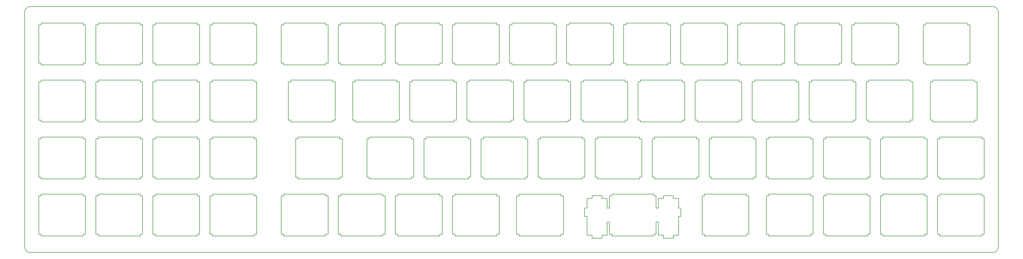
<source format=gbr>
G04 #@! TF.GenerationSoftware,KiCad,Pcbnew,(5.1.4)-1*
G04 #@! TF.CreationDate,2020-05-01T00:58:15-05:00*
G04 #@! TF.ProjectId,augioS_switchplate,61756769-6f53-45f7-9377-69746368706c,rev?*
G04 #@! TF.SameCoordinates,Original*
G04 #@! TF.FileFunction,Profile,NP*
%FSLAX46Y46*%
G04 Gerber Fmt 4.6, Leading zero omitted, Abs format (unit mm)*
G04 Created by KiCad (PCBNEW (5.1.4)-1) date 2020-05-01 00:58:15*
%MOMM*%
%LPD*%
G04 APERTURE LIST*
%ADD10C,0.200000*%
G04 APERTURE END LIST*
D10*
X19620500Y-73069700D02*
X5619640Y-73069700D01*
X19620500Y-73669100D02*
X19620500Y-73069700D01*
X20421100Y-73669100D02*
X19620500Y-73669100D01*
X20421100Y-86469700D02*
X20421100Y-73669100D01*
X19620500Y-86469700D02*
X20421100Y-86469700D01*
X19620500Y-87070400D02*
X19620500Y-86469700D01*
X5619640Y-87070400D02*
X19620500Y-87070400D01*
X5619640Y-86469700D02*
X5619640Y-87070400D01*
X4819020Y-86469700D02*
X5619640Y-86469700D01*
X4819020Y-73669100D02*
X4819020Y-86469700D01*
X5619640Y-73669100D02*
X4819020Y-73669100D01*
X5619640Y-73069700D02*
X5619640Y-73669100D01*
X38670400Y-73069700D02*
X24671000Y-73069700D01*
X38670400Y-73669100D02*
X38670400Y-73069700D01*
X39471200Y-73669100D02*
X38670400Y-73669100D01*
X39471200Y-86469700D02*
X39471200Y-73669100D01*
X38670400Y-86469700D02*
X39471200Y-86469700D01*
X38670400Y-87070400D02*
X38670400Y-86469700D01*
X24671000Y-87070400D02*
X38670400Y-87070400D01*
X24671000Y-86469700D02*
X24671000Y-87070400D01*
X23870400Y-86469700D02*
X24671000Y-86469700D01*
X23870400Y-73669100D02*
X23870400Y-86469700D01*
X24671000Y-73669100D02*
X23870400Y-73669100D01*
X24671000Y-73069700D02*
X24671000Y-73669100D01*
X57720400Y-73069700D02*
X43721200Y-73069700D01*
X57720400Y-73669100D02*
X57720400Y-73069700D01*
X58521200Y-73669100D02*
X57720400Y-73669100D01*
X58521200Y-86469700D02*
X58521200Y-73669100D01*
X57720400Y-86469700D02*
X58521200Y-86469700D01*
X57720400Y-87070400D02*
X57720400Y-86469700D01*
X43721200Y-87070400D02*
X57720400Y-87070400D01*
X43721200Y-86469700D02*
X43721200Y-87070400D01*
X42920400Y-86469700D02*
X43721200Y-86469700D01*
X42920400Y-73669100D02*
X42920400Y-86469700D01*
X43721200Y-73669100D02*
X42920400Y-73669100D01*
X43721200Y-73069700D02*
X43721200Y-73669100D01*
X76770400Y-73069700D02*
X62771200Y-73069700D01*
X76770400Y-73669100D02*
X76770400Y-73069700D01*
X77571200Y-73669100D02*
X76770400Y-73669100D01*
X77571200Y-86469700D02*
X77571200Y-73669100D01*
X76770400Y-86469700D02*
X77571200Y-86469700D01*
X76770400Y-87070400D02*
X76770400Y-86469700D01*
X62771200Y-87070400D02*
X76770400Y-87070400D01*
X62771200Y-86469700D02*
X62771200Y-87070400D01*
X61970400Y-86469700D02*
X62771200Y-86469700D01*
X61970400Y-73669100D02*
X61970400Y-86469700D01*
X62771200Y-73669100D02*
X61970400Y-73669100D01*
X62771200Y-73069700D02*
X62771200Y-73669100D01*
X100583000Y-73069700D02*
X86582200Y-73069700D01*
X100583000Y-73669100D02*
X100583000Y-73069700D01*
X101382000Y-73669100D02*
X100583000Y-73669100D01*
X101382000Y-86469700D02*
X101382000Y-73669100D01*
X100583000Y-86469700D02*
X101382000Y-86469700D01*
X100583000Y-87070400D02*
X100583000Y-86469700D01*
X86582200Y-87070400D02*
X100583000Y-87070400D01*
X86582200Y-86469700D02*
X86582200Y-87070400D01*
X85782900Y-86469700D02*
X86582200Y-86469700D01*
X85782900Y-73669100D02*
X85782900Y-86469700D01*
X86582200Y-73669100D02*
X85782900Y-73669100D01*
X86582200Y-73069700D02*
X86582200Y-73669100D01*
X119633000Y-73069700D02*
X105632000Y-73069700D01*
X119633000Y-73669100D02*
X119633000Y-73069700D01*
X120432000Y-73669100D02*
X119633000Y-73669100D01*
X120432000Y-86469700D02*
X120432000Y-73669100D01*
X119633000Y-86469700D02*
X120432000Y-86469700D01*
X119633000Y-87070400D02*
X119633000Y-86469700D01*
X105632000Y-87070400D02*
X119633000Y-87070400D01*
X105632000Y-86469700D02*
X105632000Y-87070400D01*
X104833000Y-86469700D02*
X105632000Y-86469700D01*
X104833000Y-73669100D02*
X104833000Y-86469700D01*
X105632000Y-73669100D02*
X104833000Y-73669100D01*
X105632000Y-73069700D02*
X105632000Y-73669100D01*
X138683000Y-73069700D02*
X124682000Y-73069700D01*
X138683000Y-73669100D02*
X138683000Y-73069700D01*
X139482000Y-73669100D02*
X138683000Y-73669100D01*
X139482000Y-86469700D02*
X139482000Y-73669100D01*
X138683000Y-86469700D02*
X139482000Y-86469700D01*
X138683000Y-87070400D02*
X138683000Y-86469700D01*
X124682000Y-87070400D02*
X138683000Y-87070400D01*
X124682000Y-86469700D02*
X124682000Y-87070400D01*
X123883000Y-86469700D02*
X124682000Y-86469700D01*
X123883000Y-73669100D02*
X123883000Y-86469700D01*
X124682000Y-73669100D02*
X123883000Y-73669100D01*
X124682000Y-73069700D02*
X124682000Y-73669100D01*
X157733000Y-73069700D02*
X143732000Y-73069700D01*
X157733000Y-73669100D02*
X157733000Y-73069700D01*
X158532000Y-73669100D02*
X157733000Y-73669100D01*
X158532000Y-86469700D02*
X158532000Y-73669100D01*
X157733000Y-86469700D02*
X158532000Y-86469700D01*
X157733000Y-87070400D02*
X157733000Y-86469700D01*
X143732000Y-87070400D02*
X157733000Y-87070400D01*
X143732000Y-86469700D02*
X143732000Y-87070400D01*
X142933000Y-86469700D02*
X143732000Y-86469700D01*
X142933000Y-73669100D02*
X142933000Y-86469700D01*
X143732000Y-73669100D02*
X142933000Y-73669100D01*
X143732000Y-73069700D02*
X143732000Y-73669100D01*
X176783000Y-73069700D02*
X162782000Y-73069700D01*
X176783000Y-73669100D02*
X176783000Y-73069700D01*
X177582000Y-73669100D02*
X176783000Y-73669100D01*
X177582000Y-86469700D02*
X177582000Y-73669100D01*
X176783000Y-86469700D02*
X177582000Y-86469700D01*
X176783000Y-87070400D02*
X176783000Y-86469700D01*
X162782000Y-87070400D02*
X176783000Y-87070400D01*
X162782000Y-86469700D02*
X162782000Y-87070400D01*
X161983000Y-86469700D02*
X162782000Y-86469700D01*
X161983000Y-73669100D02*
X161983000Y-86469700D01*
X162782000Y-73669100D02*
X161983000Y-73669100D01*
X162782000Y-73069700D02*
X162782000Y-73669100D01*
X195833000Y-73069700D02*
X181832000Y-73069700D01*
X195833000Y-73669100D02*
X195833000Y-73069700D01*
X196632000Y-73669100D02*
X195833000Y-73669100D01*
X196632000Y-86469700D02*
X196632000Y-73669100D01*
X195833000Y-86469700D02*
X196632000Y-86469700D01*
X195833000Y-87070400D02*
X195833000Y-86469700D01*
X181832000Y-87070400D02*
X195833000Y-87070400D01*
X181832000Y-86469700D02*
X181832000Y-87070400D01*
X181033000Y-86469700D02*
X181832000Y-86469700D01*
X181033000Y-73669100D02*
X181033000Y-86469700D01*
X181832000Y-73669100D02*
X181033000Y-73669100D01*
X181832000Y-73069700D02*
X181832000Y-73669100D01*
X214883000Y-73069700D02*
X200882000Y-73069700D01*
X214883000Y-73669100D02*
X214883000Y-73069700D01*
X215682000Y-73669100D02*
X214883000Y-73669100D01*
X215682000Y-86469700D02*
X215682000Y-73669100D01*
X214883000Y-86469700D02*
X215682000Y-86469700D01*
X214883000Y-87070400D02*
X214883000Y-86469700D01*
X200882000Y-87070400D02*
X214883000Y-87070400D01*
X200882000Y-86469700D02*
X200882000Y-87070400D01*
X200083000Y-86469700D02*
X200882000Y-86469700D01*
X200083000Y-73669100D02*
X200083000Y-86469700D01*
X200882000Y-73669100D02*
X200083000Y-73669100D01*
X200882000Y-73069700D02*
X200882000Y-73669100D01*
X233933000Y-73069700D02*
X219932000Y-73069700D01*
X233933000Y-73669100D02*
X233933000Y-73069700D01*
X234732000Y-73669100D02*
X233933000Y-73669100D01*
X234732000Y-86469700D02*
X234732000Y-73669100D01*
X233933000Y-86469700D02*
X234732000Y-86469700D01*
X233933000Y-87070400D02*
X233933000Y-86469700D01*
X219932000Y-87070400D02*
X233933000Y-87070400D01*
X219932000Y-86469700D02*
X219932000Y-87070400D01*
X219133000Y-86469700D02*
X219932000Y-86469700D01*
X219133000Y-73669100D02*
X219133000Y-86469700D01*
X219932000Y-73669100D02*
X219133000Y-73669100D01*
X219932000Y-73069700D02*
X219932000Y-73669100D01*
X252983000Y-73069700D02*
X238982000Y-73069700D01*
X252983000Y-73669100D02*
X252983000Y-73069700D01*
X253782000Y-73669100D02*
X252983000Y-73669100D01*
X253782000Y-86469700D02*
X253782000Y-73669100D01*
X252983000Y-86469700D02*
X253782000Y-86469700D01*
X252983000Y-87070400D02*
X252983000Y-86469700D01*
X238982000Y-87070400D02*
X252983000Y-87070400D01*
X238982000Y-86469700D02*
X238982000Y-87070400D01*
X238183000Y-86469700D02*
X238982000Y-86469700D01*
X238183000Y-73669100D02*
X238183000Y-86469700D01*
X238982000Y-73669100D02*
X238183000Y-73669100D01*
X238982000Y-73069700D02*
X238982000Y-73669100D01*
X272033000Y-73069700D02*
X258031999Y-73069700D01*
X272033000Y-73669100D02*
X272033000Y-73069700D01*
X272832000Y-73669100D02*
X272033000Y-73669100D01*
X272832000Y-86469700D02*
X272832000Y-73669100D01*
X272033000Y-86469700D02*
X272832000Y-86469700D01*
X272033000Y-87070400D02*
X272033000Y-86469700D01*
X258031999Y-87070400D02*
X272033000Y-87070400D01*
X258031999Y-86469700D02*
X258031999Y-87070400D01*
X257233000Y-86469700D02*
X258031999Y-86469700D01*
X257233000Y-73669100D02*
X257233000Y-86469700D01*
X258031999Y-73669100D02*
X257233000Y-73669100D01*
X258031999Y-73069700D02*
X258031999Y-73669100D01*
X291083000Y-73069700D02*
X277082000Y-73069700D01*
X291083000Y-73669100D02*
X291083000Y-73069700D01*
X291882000Y-73669100D02*
X291083000Y-73669100D01*
X291882000Y-86469700D02*
X291882000Y-73669100D01*
X291083000Y-86469700D02*
X291882000Y-86469700D01*
X291083000Y-87070400D02*
X291083000Y-86469700D01*
X277082000Y-87070400D02*
X291083000Y-87070400D01*
X277082000Y-86469700D02*
X277082000Y-87070400D01*
X276283000Y-86469700D02*
X277082000Y-86469700D01*
X276283000Y-73669100D02*
X276283000Y-86469700D01*
X277082000Y-73669100D02*
X276283000Y-73669100D01*
X277082000Y-73069700D02*
X277082000Y-73669100D01*
X314895000Y-73069700D02*
X300896000Y-73069700D01*
X314895000Y-73669100D02*
X314895000Y-73069700D01*
X315696000Y-73669100D02*
X314895000Y-73669100D01*
X315696000Y-86469700D02*
X315696000Y-73669100D01*
X314895000Y-86469700D02*
X315696000Y-86469700D01*
X314895000Y-87070400D02*
X314895000Y-86469700D01*
X300896000Y-87070400D02*
X314895000Y-87070400D01*
X300896000Y-86469700D02*
X300896000Y-87070400D01*
X300095000Y-86469700D02*
X300896000Y-86469700D01*
X300095000Y-73669100D02*
X300095000Y-86469700D01*
X300896000Y-73669100D02*
X300095000Y-73669100D01*
X300896000Y-73069700D02*
X300896000Y-73669100D01*
X19620500Y-92121200D02*
X5619640Y-92121200D01*
X19620500Y-92720500D02*
X19620500Y-92121200D01*
X20421100Y-92720500D02*
X19620500Y-92720500D01*
X20421100Y-105521099D02*
X20421100Y-92720500D01*
X19620500Y-105521099D02*
X20421100Y-105521099D01*
X19620500Y-106120399D02*
X19620500Y-105521099D01*
X5619640Y-106120399D02*
X19620500Y-106120399D01*
X5619640Y-105521099D02*
X5619640Y-106120399D01*
X4819020Y-105521099D02*
X5619640Y-105521099D01*
X4819020Y-92720500D02*
X4819020Y-105521099D01*
X5619640Y-92720500D02*
X4819020Y-92720500D01*
X5619640Y-92121200D02*
X5619640Y-92720500D01*
X38670400Y-92121200D02*
X24671000Y-92121200D01*
X38670400Y-92720500D02*
X38670400Y-92121200D01*
X39471200Y-92720500D02*
X38670400Y-92720500D01*
X39471200Y-105521099D02*
X39471200Y-92720500D01*
X38670400Y-105521099D02*
X39471200Y-105521099D01*
X38670400Y-106120399D02*
X38670400Y-105521099D01*
X24671000Y-106120399D02*
X38670400Y-106120399D01*
X24671000Y-105521099D02*
X24671000Y-106120399D01*
X23870400Y-105521099D02*
X24671000Y-105521099D01*
X23870400Y-92720500D02*
X23870400Y-105521099D01*
X24671000Y-92720500D02*
X23870400Y-92720500D01*
X24671000Y-92121200D02*
X24671000Y-92720500D01*
X57720400Y-92121200D02*
X43721200Y-92121200D01*
X57720400Y-92720500D02*
X57720400Y-92121200D01*
X58521200Y-92720500D02*
X57720400Y-92720500D01*
X58521200Y-105521099D02*
X58521200Y-92720500D01*
X57720400Y-105521099D02*
X58521200Y-105521099D01*
X57720400Y-106120399D02*
X57720400Y-105521099D01*
X43721200Y-106120399D02*
X57720400Y-106120399D01*
X43721200Y-105521099D02*
X43721200Y-106120399D01*
X42920400Y-105521099D02*
X43721200Y-105521099D01*
X42920400Y-92720500D02*
X42920400Y-105521099D01*
X43721200Y-92720500D02*
X42920400Y-92720500D01*
X43721200Y-92121200D02*
X43721200Y-92720500D01*
X76770400Y-92121200D02*
X62771200Y-92121200D01*
X76770400Y-92720500D02*
X76770400Y-92121200D01*
X77571200Y-92720500D02*
X76770400Y-92720500D01*
X77571200Y-105521099D02*
X77571200Y-92720500D01*
X76770400Y-105521099D02*
X77571200Y-105521099D01*
X76770400Y-106120399D02*
X76770400Y-105521099D01*
X62771200Y-106120399D02*
X76770400Y-106120399D01*
X62771200Y-105521099D02*
X62771200Y-106120399D01*
X61970400Y-105521099D02*
X62771200Y-105521099D01*
X61970400Y-92720500D02*
X61970400Y-105521099D01*
X62771200Y-92720500D02*
X61970400Y-92720500D01*
X62771200Y-92121200D02*
X62771200Y-92720500D01*
X102963000Y-92121200D02*
X88963500Y-92121200D01*
X102963000Y-92720500D02*
X102963000Y-92121200D01*
X103764000Y-92720500D02*
X102963000Y-92720500D01*
X103764000Y-105521099D02*
X103764000Y-92720500D01*
X102963000Y-105521099D02*
X103764000Y-105521099D01*
X102963000Y-106120399D02*
X102963000Y-105521099D01*
X88963500Y-106120399D02*
X102963000Y-106120399D01*
X88963500Y-105521099D02*
X88963500Y-106120399D01*
X88164100Y-105521099D02*
X88963500Y-105521099D01*
X88164100Y-92720500D02*
X88164100Y-105521099D01*
X88963500Y-92720500D02*
X88164100Y-92720500D01*
X88963500Y-92121200D02*
X88963500Y-92720500D01*
X124395000Y-92121200D02*
X110396000Y-92121200D01*
X124395000Y-92720500D02*
X124395000Y-92121200D01*
X125196000Y-92720500D02*
X124395000Y-92720500D01*
X125196000Y-105521099D02*
X125196000Y-92720500D01*
X124395000Y-105521099D02*
X125196000Y-105521099D01*
X124395000Y-106120399D02*
X124395000Y-105521099D01*
X110396000Y-106120399D02*
X124395000Y-106120399D01*
X110396000Y-105521099D02*
X110396000Y-106120399D01*
X109595000Y-105521099D02*
X110396000Y-105521099D01*
X109595000Y-92720500D02*
X109595000Y-105521099D01*
X110396000Y-92720500D02*
X109595000Y-92720500D01*
X110396000Y-92121200D02*
X110396000Y-92720500D01*
X143445000Y-92121200D02*
X129446000Y-92121200D01*
X143445000Y-92720500D02*
X143445000Y-92121200D01*
X144246000Y-92720500D02*
X143445000Y-92720500D01*
X144246000Y-105521099D02*
X144246000Y-92720500D01*
X143445000Y-105521099D02*
X144246000Y-105521099D01*
X143445000Y-106120399D02*
X143445000Y-105521099D01*
X129446000Y-106120399D02*
X143445000Y-106120399D01*
X129446000Y-105521099D02*
X129446000Y-106120399D01*
X128645000Y-105521099D02*
X129446000Y-105521099D01*
X128645000Y-92720500D02*
X128645000Y-105521099D01*
X129446000Y-92720500D02*
X128645000Y-92720500D01*
X129446000Y-92121200D02*
X129446000Y-92720500D01*
X162495000Y-92121200D02*
X148496000Y-92121200D01*
X162495000Y-92720500D02*
X162495000Y-92121200D01*
X163296000Y-92720500D02*
X162495000Y-92720500D01*
X163296000Y-105521099D02*
X163296000Y-92720500D01*
X162495000Y-105521099D02*
X163296000Y-105521099D01*
X162495000Y-106120399D02*
X162495000Y-105521099D01*
X148496000Y-106120399D02*
X162495000Y-106120399D01*
X148496000Y-105521099D02*
X148496000Y-106120399D01*
X147695000Y-105521099D02*
X148496000Y-105521099D01*
X147695000Y-92720500D02*
X147695000Y-105521099D01*
X148496000Y-92720500D02*
X147695000Y-92720500D01*
X148496000Y-92121200D02*
X148496000Y-92720500D01*
X181545000Y-92121200D02*
X167546000Y-92121200D01*
X181545000Y-92720500D02*
X181545000Y-92121200D01*
X182346000Y-92720500D02*
X181545000Y-92720500D01*
X182346000Y-105521099D02*
X182346000Y-92720500D01*
X181545000Y-105521099D02*
X182346000Y-105521099D01*
X181545000Y-106120399D02*
X181545000Y-105521099D01*
X167546000Y-106120399D02*
X181545000Y-106120399D01*
X167546000Y-105521099D02*
X167546000Y-106120399D01*
X166745000Y-105521099D02*
X167546000Y-105521099D01*
X166745000Y-92720500D02*
X166745000Y-105521099D01*
X167546000Y-92720500D02*
X166745000Y-92720500D01*
X167546000Y-92121200D02*
X167546000Y-92720500D01*
X200595000Y-92121200D02*
X186596000Y-92121200D01*
X200595000Y-92720500D02*
X200595000Y-92121200D01*
X201396000Y-92720500D02*
X200595000Y-92720500D01*
X201396000Y-105521099D02*
X201396000Y-92720500D01*
X200595000Y-105521099D02*
X201396000Y-105521099D01*
X200595000Y-106120399D02*
X200595000Y-105521099D01*
X186596000Y-106120399D02*
X200595000Y-106120399D01*
X186596000Y-105521099D02*
X186596000Y-106120399D01*
X185795000Y-105521099D02*
X186596000Y-105521099D01*
X185795000Y-92720500D02*
X185795000Y-105521099D01*
X186596000Y-92720500D02*
X185795000Y-92720500D01*
X186596000Y-92121200D02*
X186596000Y-92720500D01*
X219645000Y-92121200D02*
X205646000Y-92121200D01*
X219645000Y-92720500D02*
X219645000Y-92121200D01*
X220446000Y-92720500D02*
X219645000Y-92720500D01*
X220446000Y-105521099D02*
X220446000Y-92720500D01*
X219645000Y-105521099D02*
X220446000Y-105521099D01*
X219645000Y-106120399D02*
X219645000Y-105521099D01*
X205646000Y-106120399D02*
X219645000Y-106120399D01*
X205646000Y-105521099D02*
X205646000Y-106120399D01*
X204845000Y-105521099D02*
X205646000Y-105521099D01*
X204845000Y-92720500D02*
X204845000Y-105521099D01*
X205646000Y-92720500D02*
X204845000Y-92720500D01*
X205646000Y-92121200D02*
X205646000Y-92720500D01*
X238695000Y-92121200D02*
X224696000Y-92121200D01*
X238695000Y-92720500D02*
X238695000Y-92121200D01*
X239496000Y-92720500D02*
X238695000Y-92720500D01*
X239496000Y-105521099D02*
X239496000Y-92720500D01*
X238695000Y-105521099D02*
X239496000Y-105521099D01*
X238695000Y-106120399D02*
X238695000Y-105521099D01*
X224696000Y-106120399D02*
X238695000Y-106120399D01*
X224696000Y-105521099D02*
X224696000Y-106120399D01*
X223895000Y-105521099D02*
X224696000Y-105521099D01*
X223895000Y-92720500D02*
X223895000Y-105521099D01*
X224696000Y-92720500D02*
X223895000Y-92720500D01*
X224696000Y-92121200D02*
X224696000Y-92720500D01*
X257745000Y-92121200D02*
X243746000Y-92121200D01*
X257745000Y-92720500D02*
X257745000Y-92121200D01*
X258546000Y-92720500D02*
X257745000Y-92720500D01*
X258546000Y-105521099D02*
X258546000Y-92720500D01*
X257745000Y-105521099D02*
X258546000Y-105521099D01*
X257745000Y-106120399D02*
X257745000Y-105521099D01*
X243746000Y-106120399D02*
X257745000Y-106120399D01*
X243746000Y-105521099D02*
X243746000Y-106120399D01*
X242945000Y-105521099D02*
X243746000Y-105521099D01*
X242945000Y-92720500D02*
X242945000Y-105521099D01*
X243746000Y-92720500D02*
X242945000Y-92720500D01*
X243746000Y-92121200D02*
X243746000Y-92720500D01*
X276795000Y-92121200D02*
X262796000Y-92121200D01*
X276795000Y-92720500D02*
X276795000Y-92121200D01*
X277596000Y-92720500D02*
X276795000Y-92720500D01*
X277596000Y-105521099D02*
X277596000Y-92720500D01*
X276795000Y-105521099D02*
X277596000Y-105521099D01*
X276795000Y-106120399D02*
X276795000Y-105521099D01*
X262796000Y-106120399D02*
X276795000Y-106120399D01*
X262796000Y-105521099D02*
X262796000Y-106120399D01*
X261995000Y-105521099D02*
X262796000Y-105521099D01*
X261995000Y-92720500D02*
X261995000Y-105521099D01*
X262796000Y-92720500D02*
X261995000Y-92720500D01*
X262796000Y-92121200D02*
X262796000Y-92720500D01*
X295845000Y-92121200D02*
X281846000Y-92121200D01*
X295845000Y-92720500D02*
X295845000Y-92121200D01*
X296646000Y-92720500D02*
X295845000Y-92720500D01*
X296646000Y-105521099D02*
X296646000Y-92720500D01*
X295845000Y-105521099D02*
X296646000Y-105521099D01*
X295845000Y-106120399D02*
X295845000Y-105521099D01*
X281846000Y-106120399D02*
X295845000Y-106120399D01*
X281846000Y-105521099D02*
X281846000Y-106120399D01*
X281045000Y-105521099D02*
X281846000Y-105521099D01*
X281045000Y-92720500D02*
X281045000Y-105521099D01*
X281846000Y-92720500D02*
X281045000Y-92720500D01*
X281846000Y-92121200D02*
X281846000Y-92720500D01*
X317277000Y-92121200D02*
X303276000Y-92121200D01*
X317277000Y-92720500D02*
X317277000Y-92121200D01*
X318076000Y-92720500D02*
X317277000Y-92720500D01*
X318076000Y-105521099D02*
X318076000Y-92720500D01*
X317277000Y-105521099D02*
X318076000Y-105521099D01*
X317277000Y-106120399D02*
X317277000Y-105521099D01*
X303276000Y-106120399D02*
X317277000Y-106120399D01*
X303276000Y-105521099D02*
X303276000Y-106120399D01*
X302477000Y-105521099D02*
X303276000Y-105521099D01*
X302477000Y-92720500D02*
X302477000Y-105521099D01*
X303276000Y-92720500D02*
X302477000Y-92720500D01*
X303276000Y-92121200D02*
X303276000Y-92720500D01*
X19620500Y-111171200D02*
X5619640Y-111171200D01*
X19620500Y-111770500D02*
X19620500Y-111171200D01*
X20421100Y-111770500D02*
X19620500Y-111770500D01*
X20421100Y-124571100D02*
X20421100Y-111770500D01*
X19620500Y-124571100D02*
X20421100Y-124571100D01*
X19620500Y-125170500D02*
X19620500Y-124571100D01*
X5619640Y-125170500D02*
X19620500Y-125170500D01*
X5619640Y-124571100D02*
X5619640Y-125170500D01*
X4819020Y-124571100D02*
X5619640Y-124571100D01*
X4819020Y-111770500D02*
X4819020Y-124571100D01*
X5619640Y-111770500D02*
X4819020Y-111770500D01*
X5619640Y-111171200D02*
X5619640Y-111770500D01*
X38670400Y-111171200D02*
X24671000Y-111171200D01*
X38670400Y-111770500D02*
X38670400Y-111171200D01*
X39471200Y-111770500D02*
X38670400Y-111770500D01*
X39471200Y-124571100D02*
X39471200Y-111770500D01*
X38670400Y-124571100D02*
X39471200Y-124571100D01*
X38670400Y-125170500D02*
X38670400Y-124571100D01*
X24671000Y-125170500D02*
X38670400Y-125170500D01*
X24671000Y-124571100D02*
X24671000Y-125170500D01*
X23870400Y-124571100D02*
X24671000Y-124571100D01*
X23870400Y-111770500D02*
X23870400Y-124571100D01*
X24671000Y-111770500D02*
X23870400Y-111770500D01*
X24671000Y-111171200D02*
X24671000Y-111770500D01*
X57720400Y-111171200D02*
X43721200Y-111171200D01*
X57720400Y-111770500D02*
X57720400Y-111171200D01*
X58521200Y-111770500D02*
X57720400Y-111770500D01*
X58521200Y-124571100D02*
X58521200Y-111770500D01*
X57720400Y-124571100D02*
X58521200Y-124571100D01*
X57720400Y-125170500D02*
X57720400Y-124571100D01*
X43721200Y-125170500D02*
X57720400Y-125170500D01*
X43721200Y-124571100D02*
X43721200Y-125170500D01*
X42920400Y-124571100D02*
X43721200Y-124571100D01*
X42920400Y-111770500D02*
X42920400Y-124571100D01*
X43721200Y-111770500D02*
X42920400Y-111770500D01*
X43721200Y-111171200D02*
X43721200Y-111770500D01*
X76770400Y-111171200D02*
X62771200Y-111171200D01*
X76770400Y-111770500D02*
X76770400Y-111171200D01*
X77571200Y-111770500D02*
X76770400Y-111770500D01*
X77571200Y-124571100D02*
X77571200Y-111770500D01*
X76770400Y-124571100D02*
X77571200Y-124571100D01*
X76770400Y-125170500D02*
X76770400Y-124571100D01*
X62771200Y-125170500D02*
X76770400Y-125170500D01*
X62771200Y-124571100D02*
X62771200Y-125170500D01*
X61970400Y-124571100D02*
X62771200Y-124571100D01*
X61970400Y-111770500D02*
X61970400Y-124571100D01*
X62771200Y-111770500D02*
X61970400Y-111770500D01*
X62771200Y-111171200D02*
X62771200Y-111770500D01*
X105345000Y-111171200D02*
X91346200Y-111171200D01*
X105345000Y-111770500D02*
X105345000Y-111171200D01*
X106146000Y-111770500D02*
X105345000Y-111770500D01*
X106146000Y-124571100D02*
X106146000Y-111770500D01*
X105345000Y-124571100D02*
X106146000Y-124571100D01*
X105345000Y-125170500D02*
X105345000Y-124571100D01*
X91346200Y-125170500D02*
X105345000Y-125170500D01*
X91346200Y-124571100D02*
X91346200Y-125170500D01*
X90545400Y-124571100D02*
X91346200Y-124571100D01*
X90545400Y-111770500D02*
X90545400Y-124571100D01*
X91346200Y-111770500D02*
X90545400Y-111770500D01*
X91346200Y-111171200D02*
X91346200Y-111770500D01*
X129157999Y-111171200D02*
X115157000Y-111171200D01*
X129157999Y-111770500D02*
X129157999Y-111171200D01*
X129957000Y-111770500D02*
X129157999Y-111770500D01*
X129957000Y-124571100D02*
X129957000Y-111770500D01*
X129157999Y-124571100D02*
X129957000Y-124571100D01*
X129157999Y-125170500D02*
X129157999Y-124571100D01*
X115157000Y-125170500D02*
X129157999Y-125170500D01*
X115157000Y-124571100D02*
X115157000Y-125170500D01*
X114358000Y-124571100D02*
X115157000Y-124571100D01*
X114358000Y-111770500D02*
X114358000Y-124571100D01*
X115157000Y-111770500D02*
X114358000Y-111770500D01*
X115157000Y-111171200D02*
X115157000Y-111770500D01*
X148208000Y-111171200D02*
X134207000Y-111171200D01*
X148208000Y-111770500D02*
X148208000Y-111171200D01*
X149007000Y-111770500D02*
X148208000Y-111770500D01*
X149007000Y-124571100D02*
X149007000Y-111770500D01*
X148208000Y-124571100D02*
X149007000Y-124571100D01*
X148208000Y-125170500D02*
X148208000Y-124571100D01*
X134207000Y-125170500D02*
X148208000Y-125170500D01*
X134207000Y-124571100D02*
X134207000Y-125170500D01*
X133407999Y-124571100D02*
X134207000Y-124571100D01*
X133407999Y-111770500D02*
X133407999Y-124571100D01*
X134207000Y-111770500D02*
X133407999Y-111770500D01*
X134207000Y-111171200D02*
X134207000Y-111770500D01*
X167258000Y-111171200D02*
X153257000Y-111171200D01*
X167258000Y-111770500D02*
X167258000Y-111171200D01*
X168057000Y-111770500D02*
X167258000Y-111770500D01*
X168057000Y-124571100D02*
X168057000Y-111770500D01*
X167258000Y-124571100D02*
X168057000Y-124571100D01*
X167258000Y-125170500D02*
X167258000Y-124571100D01*
X153257000Y-125170500D02*
X167258000Y-125170500D01*
X153257000Y-124571100D02*
X153257000Y-125170500D01*
X152458000Y-124571100D02*
X153257000Y-124571100D01*
X152458000Y-111770500D02*
X152458000Y-124571100D01*
X153257000Y-111770500D02*
X152458000Y-111770500D01*
X153257000Y-111171200D02*
X153257000Y-111770500D01*
X186308000Y-111171200D02*
X172307000Y-111171200D01*
X186308000Y-111770500D02*
X186308000Y-111171200D01*
X187107000Y-111770500D02*
X186308000Y-111770500D01*
X187107000Y-124571100D02*
X187107000Y-111770500D01*
X186308000Y-124571100D02*
X187107000Y-124571100D01*
X186308000Y-125170500D02*
X186308000Y-124571100D01*
X172307000Y-125170500D02*
X186308000Y-125170500D01*
X172307000Y-124571100D02*
X172307000Y-125170500D01*
X171508000Y-124571100D02*
X172307000Y-124571100D01*
X171508000Y-111770500D02*
X171508000Y-124571100D01*
X172307000Y-111770500D02*
X171508000Y-111770500D01*
X172307000Y-111171200D02*
X172307000Y-111770500D01*
X205358000Y-111171200D02*
X191357000Y-111171200D01*
X205358000Y-111770500D02*
X205358000Y-111171200D01*
X206157000Y-111770500D02*
X205358000Y-111770500D01*
X206157000Y-124571100D02*
X206157000Y-111770500D01*
X205358000Y-124571100D02*
X206157000Y-124571100D01*
X205358000Y-125170500D02*
X205358000Y-124571100D01*
X191357000Y-125170500D02*
X205358000Y-125170500D01*
X191357000Y-124571100D02*
X191357000Y-125170500D01*
X190558000Y-124571100D02*
X191357000Y-124571100D01*
X190558000Y-111770500D02*
X190558000Y-124571100D01*
X191357000Y-111770500D02*
X190558000Y-111770500D01*
X191357000Y-111171200D02*
X191357000Y-111770500D01*
X224408000Y-111171200D02*
X210407000Y-111171200D01*
X224408000Y-111770500D02*
X224408000Y-111171200D01*
X225207000Y-111770500D02*
X224408000Y-111770500D01*
X225207000Y-124571100D02*
X225207000Y-111770500D01*
X224408000Y-124571100D02*
X225207000Y-124571100D01*
X224408000Y-125170500D02*
X224408000Y-124571100D01*
X210407000Y-125170500D02*
X224408000Y-125170500D01*
X210407000Y-124571100D02*
X210407000Y-125170500D01*
X209608000Y-124571100D02*
X210407000Y-124571100D01*
X209608000Y-111770500D02*
X209608000Y-124571100D01*
X210407000Y-111770500D02*
X209608000Y-111770500D01*
X210407000Y-111171200D02*
X210407000Y-111770500D01*
X243458000Y-111171200D02*
X229457000Y-111171200D01*
X243458000Y-111770500D02*
X243458000Y-111171200D01*
X244257000Y-111770500D02*
X243458000Y-111770500D01*
X244257000Y-124571100D02*
X244257000Y-111770500D01*
X243458000Y-124571100D02*
X244257000Y-124571100D01*
X243458000Y-125170500D02*
X243458000Y-124571100D01*
X229457000Y-125170500D02*
X243458000Y-125170500D01*
X229457000Y-124571100D02*
X229457000Y-125170500D01*
X228658000Y-124571100D02*
X229457000Y-124571100D01*
X228658000Y-111770500D02*
X228658000Y-124571100D01*
X229457000Y-111770500D02*
X228658000Y-111770500D01*
X229457000Y-111171200D02*
X229457000Y-111770500D01*
X262507999Y-111171200D02*
X248507000Y-111171200D01*
X262507999Y-111770500D02*
X262507999Y-111171200D01*
X263307000Y-111770500D02*
X262507999Y-111770500D01*
X263307000Y-124571100D02*
X263307000Y-111770500D01*
X262507999Y-124571100D02*
X263307000Y-124571100D01*
X262507999Y-125170500D02*
X262507999Y-124571100D01*
X248507000Y-125170500D02*
X262507999Y-125170500D01*
X248507000Y-124571100D02*
X248507000Y-125170500D01*
X247708000Y-124571100D02*
X248507000Y-124571100D01*
X247708000Y-111770500D02*
X247708000Y-124571100D01*
X248507000Y-111770500D02*
X247708000Y-111770500D01*
X248507000Y-111171200D02*
X248507000Y-111770500D01*
X281558000Y-111171200D02*
X267557000Y-111171200D01*
X281558000Y-111770500D02*
X281558000Y-111171200D01*
X282357000Y-111770500D02*
X281558000Y-111770500D01*
X282357000Y-124571100D02*
X282357000Y-111770500D01*
X281558000Y-124571100D02*
X282357000Y-124571100D01*
X281558000Y-125170500D02*
X281558000Y-124571100D01*
X267557000Y-125170500D02*
X281558000Y-125170500D01*
X267557000Y-124571100D02*
X267557000Y-125170500D01*
X266757999Y-124571100D02*
X267557000Y-124571100D01*
X266757999Y-111770500D02*
X266757999Y-124571100D01*
X267557000Y-111770500D02*
X266757999Y-111770500D01*
X267557000Y-111171200D02*
X267557000Y-111770500D01*
X300608000Y-111171200D02*
X286607000Y-111171200D01*
X300608000Y-111770500D02*
X300608000Y-111171200D01*
X301407000Y-111770500D02*
X300608000Y-111770500D01*
X301407000Y-124571100D02*
X301407000Y-111770500D01*
X300608000Y-124571100D02*
X301407000Y-124571100D01*
X300608000Y-125170500D02*
X300608000Y-124571100D01*
X286607000Y-125170500D02*
X300608000Y-125170500D01*
X286607000Y-124571100D02*
X286607000Y-125170500D01*
X285808000Y-124571100D02*
X286607000Y-124571100D01*
X285808000Y-111770500D02*
X285808000Y-124571100D01*
X286607000Y-111770500D02*
X285808000Y-111770500D01*
X286607000Y-111171200D02*
X286607000Y-111770500D01*
X319658000Y-111171200D02*
X305657000Y-111171200D01*
X319658000Y-111770500D02*
X319658000Y-111171200D01*
X320457000Y-111770500D02*
X319658000Y-111770500D01*
X320457000Y-124571100D02*
X320457000Y-111770500D01*
X319658000Y-124571100D02*
X320457000Y-124571100D01*
X319658000Y-125170500D02*
X319658000Y-124571100D01*
X305657000Y-125170500D02*
X319658000Y-125170500D01*
X305657000Y-124571100D02*
X305657000Y-125170500D01*
X304858000Y-124571100D02*
X305657000Y-124571100D01*
X304858000Y-111770500D02*
X304858000Y-124571100D01*
X305657000Y-111770500D02*
X304858000Y-111770500D01*
X305657000Y-111171200D02*
X305657000Y-111770500D01*
X19620500Y-130221000D02*
X5619640Y-130221000D01*
X19620500Y-130819099D02*
X19620500Y-130221000D01*
X20421100Y-130819099D02*
X19620500Y-130819099D01*
X20421100Y-143621070D02*
X20421100Y-130819099D01*
X19620500Y-143621070D02*
X20421100Y-143621070D01*
X19620500Y-144220510D02*
X19620500Y-143621070D01*
X5619640Y-144220510D02*
X19620500Y-144220510D01*
X5619640Y-143621070D02*
X5619640Y-144220510D01*
X4819020Y-143621070D02*
X5619640Y-143621070D01*
X4819020Y-130819099D02*
X4819020Y-143621070D01*
X5619640Y-130819099D02*
X4819020Y-130819099D01*
X5619640Y-130221000D02*
X5619640Y-130819099D01*
X38670400Y-130221000D02*
X24671000Y-130221000D01*
X38670400Y-130819099D02*
X38670400Y-130221000D01*
X39471200Y-130819099D02*
X38670400Y-130819099D01*
X39471200Y-143621070D02*
X39471200Y-130819099D01*
X38670400Y-143621070D02*
X39471200Y-143621070D01*
X38670400Y-144220510D02*
X38670400Y-143621070D01*
X24671000Y-144220510D02*
X38670400Y-144220510D01*
X24671000Y-143621070D02*
X24671000Y-144220510D01*
X23870400Y-143621070D02*
X24671000Y-143621070D01*
X23870400Y-130819099D02*
X23870400Y-143621070D01*
X24671000Y-130819099D02*
X23870400Y-130819099D01*
X24671000Y-130221000D02*
X24671000Y-130819099D01*
X57720400Y-130221000D02*
X43721200Y-130221000D01*
X57720400Y-130819099D02*
X57720400Y-130221000D01*
X58521200Y-130819099D02*
X57720400Y-130819099D01*
X58521200Y-143621070D02*
X58521200Y-130819099D01*
X57720400Y-143621070D02*
X58521200Y-143621070D01*
X57720400Y-144220510D02*
X57720400Y-143621070D01*
X43721200Y-144220510D02*
X57720400Y-144220510D01*
X43721200Y-143621070D02*
X43721200Y-144220510D01*
X42920400Y-143621070D02*
X43721200Y-143621070D01*
X42920400Y-130819099D02*
X42920400Y-143621070D01*
X43721200Y-130819099D02*
X42920400Y-130819099D01*
X43721200Y-130221000D02*
X43721200Y-130819099D01*
X76770400Y-130221000D02*
X62771200Y-130221000D01*
X76770400Y-130819099D02*
X76770400Y-130221000D01*
X77571200Y-130819099D02*
X76770400Y-130819099D01*
X77571200Y-143621070D02*
X77571200Y-130819099D01*
X76770400Y-143621070D02*
X77571200Y-143621070D01*
X76770400Y-144220510D02*
X76770400Y-143621070D01*
X62771200Y-144220510D02*
X76770400Y-144220510D01*
X62771200Y-143621070D02*
X62771200Y-144220510D01*
X61970400Y-143621070D02*
X62771200Y-143621070D01*
X61970400Y-130819099D02*
X61970400Y-143621070D01*
X62771200Y-130819099D02*
X61970400Y-130819099D01*
X62771200Y-130221000D02*
X62771200Y-130819099D01*
X100583000Y-130221000D02*
X86582200Y-130221000D01*
X100583000Y-130819099D02*
X100583000Y-130221000D01*
X101382000Y-130819099D02*
X100583000Y-130819099D01*
X101382000Y-143621070D02*
X101382000Y-130819099D01*
X100583000Y-143621070D02*
X101382000Y-143621070D01*
X100583000Y-144220510D02*
X100583000Y-143621070D01*
X86582200Y-144220510D02*
X100583000Y-144220510D01*
X86582200Y-143621070D02*
X86582200Y-144220510D01*
X85782900Y-143621070D02*
X86582200Y-143621070D01*
X85782900Y-130819099D02*
X85782900Y-143621070D01*
X86582200Y-130819099D02*
X85782900Y-130819099D01*
X86582200Y-130221000D02*
X86582200Y-130819099D01*
X119633000Y-130221000D02*
X105632000Y-130221000D01*
X119633000Y-130819099D02*
X119633000Y-130221000D01*
X120432000Y-130819099D02*
X119633000Y-130819099D01*
X120432000Y-143621070D02*
X120432000Y-130819099D01*
X119633000Y-143621070D02*
X120432000Y-143621070D01*
X119633000Y-144220510D02*
X119633000Y-143621070D01*
X105632000Y-144220510D02*
X119633000Y-144220510D01*
X105632000Y-143621070D02*
X105632000Y-144220510D01*
X104833000Y-143621070D02*
X105632000Y-143621070D01*
X104833000Y-130819099D02*
X104833000Y-143621070D01*
X105632000Y-130819099D02*
X104833000Y-130819099D01*
X105632000Y-130221000D02*
X105632000Y-130819099D01*
X138683000Y-130221000D02*
X124682000Y-130221000D01*
X138683000Y-130819099D02*
X138683000Y-130221000D01*
X139482000Y-130819099D02*
X138683000Y-130819099D01*
X139482000Y-143621070D02*
X139482000Y-130819099D01*
X138683000Y-143621070D02*
X139482000Y-143621070D01*
X138683000Y-144220510D02*
X138683000Y-143621070D01*
X124682000Y-144220510D02*
X138683000Y-144220510D01*
X124682000Y-143621070D02*
X124682000Y-144220510D01*
X123883000Y-143621070D02*
X124682000Y-143621070D01*
X123883000Y-130819099D02*
X123883000Y-143621070D01*
X124682000Y-130819099D02*
X123883000Y-130819099D01*
X124682000Y-130221000D02*
X124682000Y-130819099D01*
X157733000Y-130221000D02*
X143732000Y-130221000D01*
X157733000Y-130819099D02*
X157733000Y-130221000D01*
X158532000Y-130819099D02*
X157733000Y-130819099D01*
X158532000Y-143621070D02*
X158532000Y-130819099D01*
X157733000Y-143621070D02*
X158532000Y-143621070D01*
X157733000Y-144220510D02*
X157733000Y-143621070D01*
X143732000Y-144220510D02*
X157733000Y-144220510D01*
X143732000Y-143621070D02*
X143732000Y-144220510D01*
X142933000Y-143621070D02*
X143732000Y-143621070D01*
X142933000Y-130819099D02*
X142933000Y-143621070D01*
X143732000Y-130819099D02*
X142933000Y-130819099D01*
X143732000Y-130221000D02*
X143732000Y-130819099D01*
X179163000Y-130221000D02*
X165163000Y-130221000D01*
X179163000Y-130819099D02*
X179163000Y-130221000D01*
X179964000Y-130819099D02*
X179163000Y-130819099D01*
X179964000Y-143621070D02*
X179964000Y-130819099D01*
X179163000Y-143621070D02*
X179964000Y-143621070D01*
X179163000Y-144220510D02*
X179163000Y-143621070D01*
X165163000Y-144220510D02*
X179163000Y-144220510D01*
X165163000Y-143621070D02*
X165163000Y-144220510D01*
X164364000Y-143621070D02*
X165163000Y-143621070D01*
X164364000Y-130819099D02*
X164364000Y-143621070D01*
X165163000Y-130819099D02*
X164364000Y-130819099D01*
X165163000Y-130221000D02*
X165163000Y-130819099D01*
X241077000Y-130221000D02*
X227076000Y-130221000D01*
X241077000Y-130819099D02*
X241077000Y-130221000D01*
X241876000Y-130819099D02*
X241077000Y-130819099D01*
X241876000Y-143621070D02*
X241876000Y-130819099D01*
X241077000Y-143621070D02*
X241876000Y-143621070D01*
X241077000Y-144220510D02*
X241077000Y-143621070D01*
X227076000Y-144220510D02*
X241077000Y-144220510D01*
X227076000Y-143621070D02*
X227076000Y-144220510D01*
X226277000Y-143621070D02*
X227076000Y-143621070D01*
X226277000Y-130819099D02*
X226277000Y-143621070D01*
X227076000Y-130819099D02*
X226277000Y-130819099D01*
X227076000Y-130221000D02*
X227076000Y-130819099D01*
X262507999Y-130221000D02*
X248507000Y-130221000D01*
X262507999Y-130819099D02*
X262507999Y-130221000D01*
X263307000Y-130819099D02*
X262507999Y-130819099D01*
X263307000Y-143621070D02*
X263307000Y-130819099D01*
X262507999Y-143621070D02*
X263307000Y-143621070D01*
X262507999Y-144220510D02*
X262507999Y-143621070D01*
X248507000Y-144220510D02*
X262507999Y-144220510D01*
X248507000Y-143621070D02*
X248507000Y-144220510D01*
X247708000Y-143621070D02*
X248507000Y-143621070D01*
X247708000Y-130819099D02*
X247708000Y-143621070D01*
X248507000Y-130819099D02*
X247708000Y-130819099D01*
X248507000Y-130221000D02*
X248507000Y-130819099D01*
X281558000Y-130221000D02*
X267557000Y-130221000D01*
X281558000Y-130819099D02*
X281558000Y-130221000D01*
X282357000Y-130819099D02*
X281558000Y-130819099D01*
X282357000Y-143621070D02*
X282357000Y-130819099D01*
X281558000Y-143621070D02*
X282357000Y-143621070D01*
X281558000Y-144220510D02*
X281558000Y-143621070D01*
X267557000Y-144220510D02*
X281558000Y-144220510D01*
X267557000Y-143621070D02*
X267557000Y-144220510D01*
X266757999Y-143621070D02*
X267557000Y-143621070D01*
X266757999Y-130819099D02*
X266757999Y-143621070D01*
X267557000Y-130819099D02*
X266757999Y-130819099D01*
X267557000Y-130221000D02*
X267557000Y-130819099D01*
X300608000Y-130221000D02*
X286607000Y-130221000D01*
X300608000Y-130819099D02*
X300608000Y-130221000D01*
X301407000Y-130819099D02*
X300608000Y-130819099D01*
X301407000Y-143621070D02*
X301407000Y-130819099D01*
X300608000Y-143621070D02*
X301407000Y-143621070D01*
X300608000Y-144220510D02*
X300608000Y-143621070D01*
X286607000Y-144220510D02*
X300608000Y-144220510D01*
X286607000Y-143621070D02*
X286607000Y-144220510D01*
X285808000Y-143621070D02*
X286607000Y-143621070D01*
X285808000Y-130819099D02*
X285808000Y-143621070D01*
X286607000Y-130819099D02*
X285808000Y-130819099D01*
X286607000Y-130221000D02*
X286607000Y-130819099D01*
X319658000Y-130221000D02*
X305657000Y-130221000D01*
X319658000Y-130819099D02*
X319658000Y-130221000D01*
X320457000Y-130819099D02*
X319658000Y-130819099D01*
X320457000Y-143621070D02*
X320457000Y-130819099D01*
X319658000Y-143621070D02*
X320457000Y-143621070D01*
X319658000Y-144220510D02*
X319658000Y-143621070D01*
X305657000Y-144220510D02*
X319658000Y-144220510D01*
X305657000Y-143621070D02*
X305657000Y-144220510D01*
X304858000Y-143621070D02*
X305657000Y-143621070D01*
X304858000Y-130819099D02*
X304858000Y-143621070D01*
X305657000Y-130819099D02*
X304858000Y-130819099D01*
X305657000Y-130221000D02*
X305657000Y-130819099D01*
X210120000Y-130221000D02*
X196121000Y-130221000D01*
X210120000Y-130819099D02*
X210120000Y-130221000D01*
X210921000Y-130819099D02*
X210120000Y-130819099D01*
X210921000Y-134920100D02*
X210921000Y-130819099D01*
X211646000Y-134920100D02*
X210921000Y-134920100D01*
X211646000Y-131690000D02*
X211646000Y-134920100D01*
X213370000Y-131690000D02*
X211646000Y-131690000D01*
X213370000Y-130770900D02*
X213370000Y-131690000D01*
X216670000Y-130770900D02*
X213370000Y-130770900D01*
X216670000Y-131690000D02*
X216670000Y-130770900D01*
X218396000Y-131690000D02*
X216670000Y-131690000D01*
X218396000Y-134920100D02*
X218396000Y-131690000D01*
X219221000Y-134920100D02*
X218396000Y-134920100D01*
X219221000Y-137720300D02*
X219221000Y-134920100D01*
X218396000Y-137720300D02*
X219221000Y-137720300D01*
X218396000Y-143990360D02*
X218396000Y-137720300D01*
X216670000Y-143990360D02*
X218396000Y-143990360D01*
X216670000Y-144970160D02*
X216670000Y-143990360D01*
X213370000Y-144970160D02*
X216670000Y-144970160D01*
X213370000Y-143990360D02*
X213370000Y-144970160D01*
X211646000Y-143990360D02*
X213370000Y-143990360D01*
X211646000Y-139520000D02*
X211646000Y-143990360D01*
X210921000Y-139520000D02*
X211646000Y-139520000D01*
X210921000Y-143621070D02*
X210921000Y-139520000D01*
X210120000Y-143621070D02*
X210921000Y-143621070D01*
X210120000Y-144220510D02*
X210120000Y-143621070D01*
X196121000Y-144220510D02*
X210120000Y-144220510D01*
X196121000Y-143621070D02*
X196121000Y-144220510D01*
X195320000Y-143621070D02*
X196121000Y-143621070D01*
X195320000Y-139520000D02*
X195320000Y-143621070D01*
X194595000Y-139520000D02*
X195320000Y-139520000D01*
X194595000Y-143990360D02*
X194595000Y-139520000D01*
X192870000Y-143990360D02*
X194595000Y-143990360D01*
X192870000Y-144970160D02*
X192870000Y-143990360D01*
X189570000Y-144970160D02*
X192870000Y-144970160D01*
X189570000Y-143990360D02*
X189570000Y-144970160D01*
X187846000Y-143990360D02*
X189570000Y-143990360D01*
X187846000Y-137720300D02*
X187846000Y-143990360D01*
X187021000Y-137720300D02*
X187846000Y-137720300D01*
X187021000Y-134920100D02*
X187021000Y-137720300D01*
X187846000Y-134920100D02*
X187021000Y-134920100D01*
X187846000Y-131690000D02*
X187846000Y-134920100D01*
X189570000Y-131690000D02*
X187846000Y-131690000D01*
X189570000Y-130770900D02*
X189570000Y-131690000D01*
X192870000Y-130770900D02*
X189570000Y-130770900D01*
X192870000Y-131690000D02*
X192870000Y-130770900D01*
X194595000Y-131690000D02*
X192870000Y-131690000D01*
X194595000Y-134920100D02*
X194595000Y-131690000D01*
X195320000Y-134920100D02*
X194595000Y-134920100D01*
X195320000Y-130819099D02*
X195320000Y-134920100D01*
X196121000Y-130819099D02*
X195320000Y-130819099D01*
X196121000Y-130221000D02*
X196121000Y-130819099D01*
X2096000Y-67545300D02*
X323183000Y-67545300D01*
X1938900Y-67552000D02*
X2096000Y-67545300D01*
X1781800Y-67569900D02*
X1938900Y-67552000D01*
X1628840Y-67600300D02*
X1781800Y-67569900D01*
X1475880Y-67643000D02*
X1628840Y-67600300D01*
X1329810Y-67698000D02*
X1475880Y-67643000D01*
X1187870Y-67762900D02*
X1329810Y-67698000D01*
X1050060Y-67839800D02*
X1187870Y-67762900D01*
X919152Y-67927000D02*
X1050060Y-67839800D01*
X796505Y-68024700D02*
X919152Y-67927000D01*
X680752Y-68130900D02*
X796505Y-68024700D01*
X574643Y-68246600D02*
X680752Y-68130900D01*
X476800Y-68369000D02*
X574643Y-68246600D01*
X389985Y-68500200D02*
X476800Y-68369000D01*
X312815Y-68637800D02*
X389985Y-68500200D01*
X248047Y-68780000D02*
X312815Y-68637800D01*
X192925Y-68926000D02*
X248047Y-68780000D01*
X150206Y-69078800D02*
X192925Y-68926000D01*
X119889Y-69231900D02*
X150206Y-69078800D01*
X101975Y-69388900D02*
X119889Y-69231900D01*
X95084Y-69545900D02*
X101975Y-69388900D01*
X95084Y-147746910D02*
X95084Y-69545900D01*
X101975Y-147902630D02*
X95084Y-147746910D01*
X119889Y-148058340D02*
X101975Y-147902630D01*
X150206Y-148212680D02*
X119889Y-148058340D01*
X192925Y-148364270D02*
X150206Y-148212680D01*
X248047Y-148511720D02*
X192925Y-148364270D01*
X312815Y-148653660D02*
X248047Y-148511720D01*
X389985Y-148790080D02*
X312815Y-148653660D01*
X476800Y-148921000D02*
X389985Y-148790080D01*
X574643Y-149045020D02*
X476800Y-148921000D01*
X680752Y-149160773D02*
X574643Y-149045020D01*
X796505Y-149266882D02*
X680752Y-149160773D01*
X919152Y-149364725D02*
X796505Y-149266882D01*
X1050060Y-149451540D02*
X919152Y-149364725D01*
X1187870Y-149528710D02*
X1050060Y-149451540D01*
X1329810Y-149593480D02*
X1187870Y-149528710D01*
X1475880Y-149648600D02*
X1329810Y-149593480D01*
X1628840Y-149689941D02*
X1475880Y-149648600D01*
X1781800Y-149721636D02*
X1628840Y-149689941D01*
X1938900Y-149739551D02*
X1781800Y-149721636D01*
X2096000Y-149746441D02*
X1938900Y-149739551D01*
X323183000Y-149745063D02*
X2096000Y-149746441D01*
X323340000Y-149739551D02*
X323183000Y-149745063D01*
X323496000Y-149721636D02*
X323340000Y-149739551D01*
X323650000Y-149689941D02*
X323496000Y-149721636D01*
X323802000Y-149648600D02*
X323650000Y-149689941D01*
X323948000Y-149593480D02*
X323802000Y-149648600D01*
X324091000Y-149528710D02*
X323948000Y-149593480D01*
X324229000Y-149451540D02*
X324091000Y-149528710D01*
X324360000Y-149364725D02*
X324229000Y-149451540D01*
X324483000Y-149266882D02*
X324360000Y-149364725D01*
X324597000Y-149160773D02*
X324483000Y-149266882D01*
X324704000Y-149045020D02*
X324597000Y-149160773D01*
X324801000Y-148921000D02*
X324704000Y-149045020D01*
X324889000Y-148790080D02*
X324801000Y-148921000D01*
X324965000Y-148653660D02*
X324889000Y-148790080D01*
X325031000Y-148511720D02*
X324965000Y-148653660D01*
X325086000Y-148364270D02*
X325031000Y-148511720D01*
X325129000Y-148212680D02*
X325086000Y-148364270D01*
X325159000Y-148058340D02*
X325129000Y-148212680D01*
X325177000Y-147902630D02*
X325159000Y-148058340D01*
X325184000Y-147746910D02*
X325177000Y-147902630D01*
X325184000Y-69545900D02*
X325184000Y-147746910D01*
X325177000Y-69388900D02*
X325184000Y-69545900D01*
X325159000Y-69231900D02*
X325177000Y-69388900D01*
X325129000Y-69078800D02*
X325159000Y-69231900D01*
X325086000Y-68926000D02*
X325129000Y-69078800D01*
X325031000Y-68780000D02*
X325086000Y-68926000D01*
X324965000Y-68637800D02*
X325031000Y-68780000D01*
X324889000Y-68500200D02*
X324965000Y-68637800D01*
X324801000Y-68369000D02*
X324889000Y-68500200D01*
X324704000Y-68246600D02*
X324801000Y-68369000D01*
X324597000Y-68130900D02*
X324704000Y-68246600D01*
X324483000Y-68024700D02*
X324597000Y-68130900D01*
X324360000Y-67927000D02*
X324483000Y-68024700D01*
X324229000Y-67839800D02*
X324360000Y-67927000D01*
X324091000Y-67762900D02*
X324229000Y-67839800D01*
X323948000Y-67698000D02*
X324091000Y-67762900D01*
X323802000Y-67643000D02*
X323948000Y-67698000D01*
X323650000Y-67600300D02*
X323802000Y-67643000D01*
X323496000Y-67569900D02*
X323650000Y-67600300D01*
X323340000Y-67552000D02*
X323496000Y-67569900D01*
X323183000Y-67545300D02*
X323340000Y-67552000D01*
M02*

</source>
